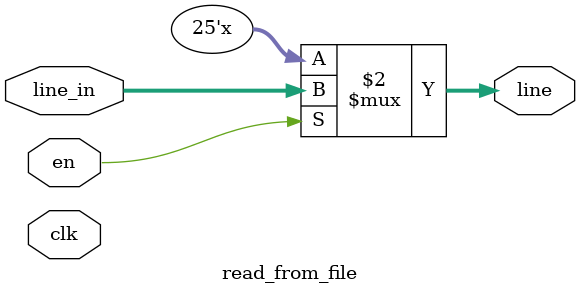
<source format=v>
module read_from_file (clk, en, line_in, line);

    // input string input_file_name;
    input [24:0] line_in;
    input clk;
    input en;
    output reg [24:0] line;
	
	always@(en, clk) begin
		if (en) begin
			line <= line_in;
		end
	end

endmodule
</source>
